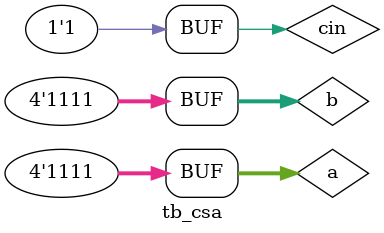
<source format=v>
module tb_csa;

reg [3:0] a, b;
reg cin;
wire [3:0] s;
wire co;

csa uut(.a(a), .b(b), .cin(cin), .s(s), .co(co));

initial begin
    a = 4'b0101; b = 4'b0011; cin = 0; #10;
    a = 4'b0101; b = 4'b0011; cin = 1; #10;
    a = 4'b1111; b = 4'b1111; cin = 0; #10;
    a = 4'b1111; b = 4'b1111; cin = 1; #10;
    $display("Simulation finished");
end

endmodule

</source>
